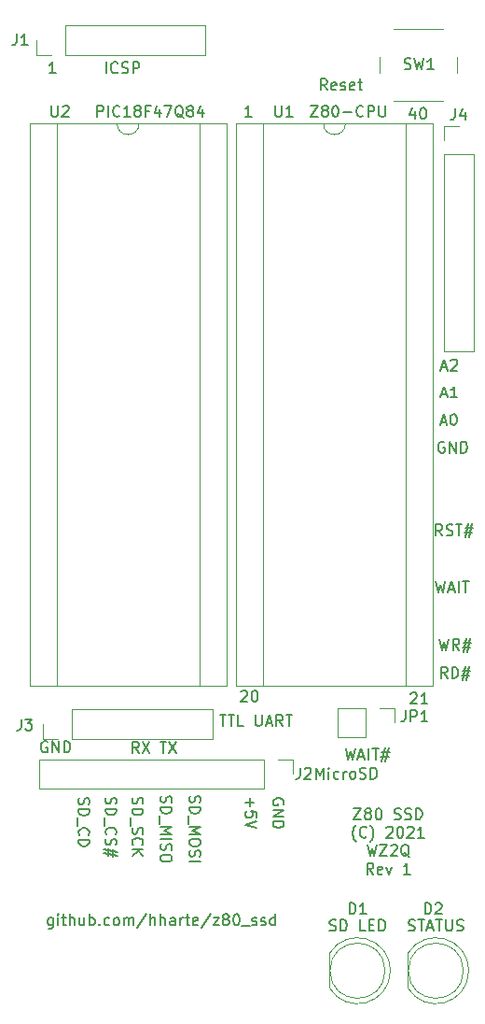
<source format=gbr>
%TF.GenerationSoftware,KiCad,Pcbnew,(5.1.10)-1*%
%TF.CreationDate,2021-10-22T16:43:04-07:00*%
%TF.ProjectId,z80_ssd,7a38305f-7373-4642-9e6b-696361645f70,rev?*%
%TF.SameCoordinates,Original*%
%TF.FileFunction,Legend,Top*%
%TF.FilePolarity,Positive*%
%FSLAX46Y46*%
G04 Gerber Fmt 4.6, Leading zero omitted, Abs format (unit mm)*
G04 Created by KiCad (PCBNEW (5.1.10)-1) date 2021-10-22 16:43:04*
%MOMM*%
%LPD*%
G01*
G04 APERTURE LIST*
%ADD10C,0.150000*%
%ADD11C,0.120000*%
G04 APERTURE END LIST*
D10*
X144811714Y-51506380D02*
X144240285Y-51506380D01*
X144526000Y-51506380D02*
X144526000Y-50506380D01*
X144430761Y-50649238D01*
X144335523Y-50744476D01*
X144240285Y-50792095D01*
X176847809Y-129182761D02*
X176990666Y-129230380D01*
X177228761Y-129230380D01*
X177324000Y-129182761D01*
X177371619Y-129135142D01*
X177419238Y-129039904D01*
X177419238Y-128944666D01*
X177371619Y-128849428D01*
X177324000Y-128801809D01*
X177228761Y-128754190D01*
X177038285Y-128706571D01*
X176943047Y-128658952D01*
X176895428Y-128611333D01*
X176847809Y-128516095D01*
X176847809Y-128420857D01*
X176895428Y-128325619D01*
X176943047Y-128278000D01*
X177038285Y-128230380D01*
X177276380Y-128230380D01*
X177419238Y-128278000D01*
X177704952Y-128230380D02*
X178276380Y-128230380D01*
X177990666Y-129230380D02*
X177990666Y-128230380D01*
X178562095Y-128944666D02*
X179038285Y-128944666D01*
X178466857Y-129230380D02*
X178800190Y-128230380D01*
X179133523Y-129230380D01*
X179324000Y-128230380D02*
X179895428Y-128230380D01*
X179609714Y-129230380D02*
X179609714Y-128230380D01*
X180228761Y-128230380D02*
X180228761Y-129039904D01*
X180276380Y-129135142D01*
X180324000Y-129182761D01*
X180419238Y-129230380D01*
X180609714Y-129230380D01*
X180704952Y-129182761D01*
X180752571Y-129135142D01*
X180800190Y-129039904D01*
X180800190Y-128230380D01*
X181228761Y-129182761D02*
X181371619Y-129230380D01*
X181609714Y-129230380D01*
X181704952Y-129182761D01*
X181752571Y-129135142D01*
X181800190Y-129039904D01*
X181800190Y-128944666D01*
X181752571Y-128849428D01*
X181704952Y-128801809D01*
X181609714Y-128754190D01*
X181419238Y-128706571D01*
X181324000Y-128658952D01*
X181276380Y-128611333D01*
X181228761Y-128516095D01*
X181228761Y-128420857D01*
X181276380Y-128325619D01*
X181324000Y-128278000D01*
X181419238Y-128230380D01*
X181657333Y-128230380D01*
X181800190Y-128278000D01*
X146915238Y-117213333D02*
X146867619Y-117356190D01*
X146867619Y-117594285D01*
X146915238Y-117689523D01*
X146962857Y-117737142D01*
X147058095Y-117784761D01*
X147153333Y-117784761D01*
X147248571Y-117737142D01*
X147296190Y-117689523D01*
X147343809Y-117594285D01*
X147391428Y-117403809D01*
X147439047Y-117308571D01*
X147486666Y-117260952D01*
X147581904Y-117213333D01*
X147677142Y-117213333D01*
X147772380Y-117260952D01*
X147820000Y-117308571D01*
X147867619Y-117403809D01*
X147867619Y-117641904D01*
X147820000Y-117784761D01*
X146867619Y-118213333D02*
X147867619Y-118213333D01*
X147867619Y-118451428D01*
X147820000Y-118594285D01*
X147724761Y-118689523D01*
X147629523Y-118737142D01*
X147439047Y-118784761D01*
X147296190Y-118784761D01*
X147105714Y-118737142D01*
X147010476Y-118689523D01*
X146915238Y-118594285D01*
X146867619Y-118451428D01*
X146867619Y-118213333D01*
X146772380Y-118975238D02*
X146772380Y-119737142D01*
X146962857Y-120546666D02*
X146915238Y-120499047D01*
X146867619Y-120356190D01*
X146867619Y-120260952D01*
X146915238Y-120118095D01*
X147010476Y-120022857D01*
X147105714Y-119975238D01*
X147296190Y-119927619D01*
X147439047Y-119927619D01*
X147629523Y-119975238D01*
X147724761Y-120022857D01*
X147820000Y-120118095D01*
X147867619Y-120260952D01*
X147867619Y-120356190D01*
X147820000Y-120499047D01*
X147772380Y-120546666D01*
X146867619Y-120975238D02*
X147867619Y-120975238D01*
X147867619Y-121213333D01*
X147820000Y-121356190D01*
X147724761Y-121451428D01*
X147629523Y-121499047D01*
X147439047Y-121546666D01*
X147296190Y-121546666D01*
X147105714Y-121499047D01*
X147010476Y-121451428D01*
X146915238Y-121356190D01*
X146867619Y-121213333D01*
X146867619Y-120975238D01*
X171886952Y-118135380D02*
X172553619Y-118135380D01*
X171886952Y-119135380D01*
X172553619Y-119135380D01*
X173077428Y-118563952D02*
X172982190Y-118516333D01*
X172934571Y-118468714D01*
X172886952Y-118373476D01*
X172886952Y-118325857D01*
X172934571Y-118230619D01*
X172982190Y-118183000D01*
X173077428Y-118135380D01*
X173267904Y-118135380D01*
X173363142Y-118183000D01*
X173410761Y-118230619D01*
X173458380Y-118325857D01*
X173458380Y-118373476D01*
X173410761Y-118468714D01*
X173363142Y-118516333D01*
X173267904Y-118563952D01*
X173077428Y-118563952D01*
X172982190Y-118611571D01*
X172934571Y-118659190D01*
X172886952Y-118754428D01*
X172886952Y-118944904D01*
X172934571Y-119040142D01*
X172982190Y-119087761D01*
X173077428Y-119135380D01*
X173267904Y-119135380D01*
X173363142Y-119087761D01*
X173410761Y-119040142D01*
X173458380Y-118944904D01*
X173458380Y-118754428D01*
X173410761Y-118659190D01*
X173363142Y-118611571D01*
X173267904Y-118563952D01*
X174077428Y-118135380D02*
X174172666Y-118135380D01*
X174267904Y-118183000D01*
X174315523Y-118230619D01*
X174363142Y-118325857D01*
X174410761Y-118516333D01*
X174410761Y-118754428D01*
X174363142Y-118944904D01*
X174315523Y-119040142D01*
X174267904Y-119087761D01*
X174172666Y-119135380D01*
X174077428Y-119135380D01*
X173982190Y-119087761D01*
X173934571Y-119040142D01*
X173886952Y-118944904D01*
X173839333Y-118754428D01*
X173839333Y-118516333D01*
X173886952Y-118325857D01*
X173934571Y-118230619D01*
X173982190Y-118183000D01*
X174077428Y-118135380D01*
X175553619Y-119087761D02*
X175696476Y-119135380D01*
X175934571Y-119135380D01*
X176029809Y-119087761D01*
X176077428Y-119040142D01*
X176125047Y-118944904D01*
X176125047Y-118849666D01*
X176077428Y-118754428D01*
X176029809Y-118706809D01*
X175934571Y-118659190D01*
X175744095Y-118611571D01*
X175648857Y-118563952D01*
X175601238Y-118516333D01*
X175553619Y-118421095D01*
X175553619Y-118325857D01*
X175601238Y-118230619D01*
X175648857Y-118183000D01*
X175744095Y-118135380D01*
X175982190Y-118135380D01*
X176125047Y-118183000D01*
X176506000Y-119087761D02*
X176648857Y-119135380D01*
X176886952Y-119135380D01*
X176982190Y-119087761D01*
X177029809Y-119040142D01*
X177077428Y-118944904D01*
X177077428Y-118849666D01*
X177029809Y-118754428D01*
X176982190Y-118706809D01*
X176886952Y-118659190D01*
X176696476Y-118611571D01*
X176601238Y-118563952D01*
X176553619Y-118516333D01*
X176506000Y-118421095D01*
X176506000Y-118325857D01*
X176553619Y-118230619D01*
X176601238Y-118183000D01*
X176696476Y-118135380D01*
X176934571Y-118135380D01*
X177077428Y-118183000D01*
X177506000Y-119135380D02*
X177506000Y-118135380D01*
X177744095Y-118135380D01*
X177886952Y-118183000D01*
X177982190Y-118278238D01*
X178029809Y-118373476D01*
X178077428Y-118563952D01*
X178077428Y-118706809D01*
X178029809Y-118897285D01*
X177982190Y-118992523D01*
X177886952Y-119087761D01*
X177744095Y-119135380D01*
X177506000Y-119135380D01*
X172077428Y-121166333D02*
X172029809Y-121118714D01*
X171934571Y-120975857D01*
X171886952Y-120880619D01*
X171839333Y-120737761D01*
X171791714Y-120499666D01*
X171791714Y-120309190D01*
X171839333Y-120071095D01*
X171886952Y-119928238D01*
X171934571Y-119833000D01*
X172029809Y-119690142D01*
X172077428Y-119642523D01*
X173029809Y-120690142D02*
X172982190Y-120737761D01*
X172839333Y-120785380D01*
X172744095Y-120785380D01*
X172601238Y-120737761D01*
X172506000Y-120642523D01*
X172458380Y-120547285D01*
X172410761Y-120356809D01*
X172410761Y-120213952D01*
X172458380Y-120023476D01*
X172506000Y-119928238D01*
X172601238Y-119833000D01*
X172744095Y-119785380D01*
X172839333Y-119785380D01*
X172982190Y-119833000D01*
X173029809Y-119880619D01*
X173363142Y-121166333D02*
X173410761Y-121118714D01*
X173506000Y-120975857D01*
X173553619Y-120880619D01*
X173601238Y-120737761D01*
X173648857Y-120499666D01*
X173648857Y-120309190D01*
X173601238Y-120071095D01*
X173553619Y-119928238D01*
X173506000Y-119833000D01*
X173410761Y-119690142D01*
X173363142Y-119642523D01*
X174839333Y-119880619D02*
X174886952Y-119833000D01*
X174982190Y-119785380D01*
X175220285Y-119785380D01*
X175315523Y-119833000D01*
X175363142Y-119880619D01*
X175410761Y-119975857D01*
X175410761Y-120071095D01*
X175363142Y-120213952D01*
X174791714Y-120785380D01*
X175410761Y-120785380D01*
X176029809Y-119785380D02*
X176125047Y-119785380D01*
X176220285Y-119833000D01*
X176267904Y-119880619D01*
X176315523Y-119975857D01*
X176363142Y-120166333D01*
X176363142Y-120404428D01*
X176315523Y-120594904D01*
X176267904Y-120690142D01*
X176220285Y-120737761D01*
X176125047Y-120785380D01*
X176029809Y-120785380D01*
X175934571Y-120737761D01*
X175886952Y-120690142D01*
X175839333Y-120594904D01*
X175791714Y-120404428D01*
X175791714Y-120166333D01*
X175839333Y-119975857D01*
X175886952Y-119880619D01*
X175934571Y-119833000D01*
X176029809Y-119785380D01*
X176744095Y-119880619D02*
X176791714Y-119833000D01*
X176886952Y-119785380D01*
X177125047Y-119785380D01*
X177220285Y-119833000D01*
X177267904Y-119880619D01*
X177315523Y-119975857D01*
X177315523Y-120071095D01*
X177267904Y-120213952D01*
X176696476Y-120785380D01*
X177315523Y-120785380D01*
X178267904Y-120785380D02*
X177696476Y-120785380D01*
X177982190Y-120785380D02*
X177982190Y-119785380D01*
X177886952Y-119928238D01*
X177791714Y-120023476D01*
X177696476Y-120071095D01*
X173101238Y-121435380D02*
X173339333Y-122435380D01*
X173529809Y-121721095D01*
X173720285Y-122435380D01*
X173958380Y-121435380D01*
X174244095Y-121435380D02*
X174910761Y-121435380D01*
X174244095Y-122435380D01*
X174910761Y-122435380D01*
X175244095Y-121530619D02*
X175291714Y-121483000D01*
X175386952Y-121435380D01*
X175625047Y-121435380D01*
X175720285Y-121483000D01*
X175767904Y-121530619D01*
X175815523Y-121625857D01*
X175815523Y-121721095D01*
X175767904Y-121863952D01*
X175196476Y-122435380D01*
X175815523Y-122435380D01*
X176910761Y-122530619D02*
X176815523Y-122483000D01*
X176720285Y-122387761D01*
X176577428Y-122244904D01*
X176482190Y-122197285D01*
X176386952Y-122197285D01*
X176434571Y-122435380D02*
X176339333Y-122387761D01*
X176244095Y-122292523D01*
X176196476Y-122102047D01*
X176196476Y-121768714D01*
X176244095Y-121578238D01*
X176339333Y-121483000D01*
X176434571Y-121435380D01*
X176625047Y-121435380D01*
X176720285Y-121483000D01*
X176815523Y-121578238D01*
X176863142Y-121768714D01*
X176863142Y-122102047D01*
X176815523Y-122292523D01*
X176720285Y-122387761D01*
X176625047Y-122435380D01*
X176434571Y-122435380D01*
X173648857Y-124085380D02*
X173315523Y-123609190D01*
X173077428Y-124085380D02*
X173077428Y-123085380D01*
X173458380Y-123085380D01*
X173553619Y-123133000D01*
X173601238Y-123180619D01*
X173648857Y-123275857D01*
X173648857Y-123418714D01*
X173601238Y-123513952D01*
X173553619Y-123561571D01*
X173458380Y-123609190D01*
X173077428Y-123609190D01*
X174458380Y-124037761D02*
X174363142Y-124085380D01*
X174172666Y-124085380D01*
X174077428Y-124037761D01*
X174029809Y-123942523D01*
X174029809Y-123561571D01*
X174077428Y-123466333D01*
X174172666Y-123418714D01*
X174363142Y-123418714D01*
X174458380Y-123466333D01*
X174506000Y-123561571D01*
X174506000Y-123656809D01*
X174029809Y-123752047D01*
X174839333Y-123418714D02*
X175077428Y-124085380D01*
X175315523Y-123418714D01*
X176982190Y-124085380D02*
X176410761Y-124085380D01*
X176696476Y-124085380D02*
X176696476Y-123085380D01*
X176601238Y-123228238D01*
X176506000Y-123323476D01*
X176410761Y-123371095D01*
X169688190Y-129182761D02*
X169831047Y-129230380D01*
X170069142Y-129230380D01*
X170164380Y-129182761D01*
X170212000Y-129135142D01*
X170259619Y-129039904D01*
X170259619Y-128944666D01*
X170212000Y-128849428D01*
X170164380Y-128801809D01*
X170069142Y-128754190D01*
X169878666Y-128706571D01*
X169783428Y-128658952D01*
X169735809Y-128611333D01*
X169688190Y-128516095D01*
X169688190Y-128420857D01*
X169735809Y-128325619D01*
X169783428Y-128278000D01*
X169878666Y-128230380D01*
X170116761Y-128230380D01*
X170259619Y-128278000D01*
X170688190Y-129230380D02*
X170688190Y-128230380D01*
X170926285Y-128230380D01*
X171069142Y-128278000D01*
X171164380Y-128373238D01*
X171212000Y-128468476D01*
X171259619Y-128658952D01*
X171259619Y-128801809D01*
X171212000Y-128992285D01*
X171164380Y-129087523D01*
X171069142Y-129182761D01*
X170926285Y-129230380D01*
X170688190Y-129230380D01*
X172926285Y-129230380D02*
X172450095Y-129230380D01*
X172450095Y-128230380D01*
X173259619Y-128706571D02*
X173592952Y-128706571D01*
X173735809Y-129230380D02*
X173259619Y-129230380D01*
X173259619Y-128230380D01*
X173735809Y-128230380D01*
X174164380Y-129230380D02*
X174164380Y-128230380D01*
X174402476Y-128230380D01*
X174545333Y-128278000D01*
X174640571Y-128373238D01*
X174688190Y-128468476D01*
X174735809Y-128658952D01*
X174735809Y-128801809D01*
X174688190Y-128992285D01*
X174640571Y-129087523D01*
X174545333Y-129182761D01*
X174402476Y-129230380D01*
X174164380Y-129230380D01*
X167971428Y-54452380D02*
X168638095Y-54452380D01*
X167971428Y-55452380D01*
X168638095Y-55452380D01*
X169161904Y-54880952D02*
X169066666Y-54833333D01*
X169019047Y-54785714D01*
X168971428Y-54690476D01*
X168971428Y-54642857D01*
X169019047Y-54547619D01*
X169066666Y-54500000D01*
X169161904Y-54452380D01*
X169352380Y-54452380D01*
X169447619Y-54500000D01*
X169495238Y-54547619D01*
X169542857Y-54642857D01*
X169542857Y-54690476D01*
X169495238Y-54785714D01*
X169447619Y-54833333D01*
X169352380Y-54880952D01*
X169161904Y-54880952D01*
X169066666Y-54928571D01*
X169019047Y-54976190D01*
X168971428Y-55071428D01*
X168971428Y-55261904D01*
X169019047Y-55357142D01*
X169066666Y-55404761D01*
X169161904Y-55452380D01*
X169352380Y-55452380D01*
X169447619Y-55404761D01*
X169495238Y-55357142D01*
X169542857Y-55261904D01*
X169542857Y-55071428D01*
X169495238Y-54976190D01*
X169447619Y-54928571D01*
X169352380Y-54880952D01*
X170161904Y-54452380D02*
X170257142Y-54452380D01*
X170352380Y-54500000D01*
X170400000Y-54547619D01*
X170447619Y-54642857D01*
X170495238Y-54833333D01*
X170495238Y-55071428D01*
X170447619Y-55261904D01*
X170400000Y-55357142D01*
X170352380Y-55404761D01*
X170257142Y-55452380D01*
X170161904Y-55452380D01*
X170066666Y-55404761D01*
X170019047Y-55357142D01*
X169971428Y-55261904D01*
X169923809Y-55071428D01*
X169923809Y-54833333D01*
X169971428Y-54642857D01*
X170019047Y-54547619D01*
X170066666Y-54500000D01*
X170161904Y-54452380D01*
X170923809Y-55071428D02*
X171685714Y-55071428D01*
X172733333Y-55357142D02*
X172685714Y-55404761D01*
X172542857Y-55452380D01*
X172447619Y-55452380D01*
X172304761Y-55404761D01*
X172209523Y-55309523D01*
X172161904Y-55214285D01*
X172114285Y-55023809D01*
X172114285Y-54880952D01*
X172161904Y-54690476D01*
X172209523Y-54595238D01*
X172304761Y-54500000D01*
X172447619Y-54452380D01*
X172542857Y-54452380D01*
X172685714Y-54500000D01*
X172733333Y-54547619D01*
X173161904Y-55452380D02*
X173161904Y-54452380D01*
X173542857Y-54452380D01*
X173638095Y-54500000D01*
X173685714Y-54547619D01*
X173733333Y-54642857D01*
X173733333Y-54785714D01*
X173685714Y-54880952D01*
X173638095Y-54928571D01*
X173542857Y-54976190D01*
X173161904Y-54976190D01*
X174161904Y-54452380D02*
X174161904Y-55261904D01*
X174209523Y-55357142D01*
X174257142Y-55404761D01*
X174352380Y-55452380D01*
X174542857Y-55452380D01*
X174638095Y-55404761D01*
X174685714Y-55357142D01*
X174733333Y-55261904D01*
X174733333Y-54452380D01*
X148590476Y-55452380D02*
X148590476Y-54452380D01*
X148971428Y-54452380D01*
X149066666Y-54500000D01*
X149114285Y-54547619D01*
X149161904Y-54642857D01*
X149161904Y-54785714D01*
X149114285Y-54880952D01*
X149066666Y-54928571D01*
X148971428Y-54976190D01*
X148590476Y-54976190D01*
X149590476Y-55452380D02*
X149590476Y-54452380D01*
X150638095Y-55357142D02*
X150590476Y-55404761D01*
X150447619Y-55452380D01*
X150352380Y-55452380D01*
X150209523Y-55404761D01*
X150114285Y-55309523D01*
X150066666Y-55214285D01*
X150019047Y-55023809D01*
X150019047Y-54880952D01*
X150066666Y-54690476D01*
X150114285Y-54595238D01*
X150209523Y-54500000D01*
X150352380Y-54452380D01*
X150447619Y-54452380D01*
X150590476Y-54500000D01*
X150638095Y-54547619D01*
X151590476Y-55452380D02*
X151019047Y-55452380D01*
X151304761Y-55452380D02*
X151304761Y-54452380D01*
X151209523Y-54595238D01*
X151114285Y-54690476D01*
X151019047Y-54738095D01*
X152161904Y-54880952D02*
X152066666Y-54833333D01*
X152019047Y-54785714D01*
X151971428Y-54690476D01*
X151971428Y-54642857D01*
X152019047Y-54547619D01*
X152066666Y-54500000D01*
X152161904Y-54452380D01*
X152352380Y-54452380D01*
X152447619Y-54500000D01*
X152495238Y-54547619D01*
X152542857Y-54642857D01*
X152542857Y-54690476D01*
X152495238Y-54785714D01*
X152447619Y-54833333D01*
X152352380Y-54880952D01*
X152161904Y-54880952D01*
X152066666Y-54928571D01*
X152019047Y-54976190D01*
X151971428Y-55071428D01*
X151971428Y-55261904D01*
X152019047Y-55357142D01*
X152066666Y-55404761D01*
X152161904Y-55452380D01*
X152352380Y-55452380D01*
X152447619Y-55404761D01*
X152495238Y-55357142D01*
X152542857Y-55261904D01*
X152542857Y-55071428D01*
X152495238Y-54976190D01*
X152447619Y-54928571D01*
X152352380Y-54880952D01*
X153304761Y-54928571D02*
X152971428Y-54928571D01*
X152971428Y-55452380D02*
X152971428Y-54452380D01*
X153447619Y-54452380D01*
X154257142Y-54785714D02*
X154257142Y-55452380D01*
X154019047Y-54404761D02*
X153780952Y-55119047D01*
X154400000Y-55119047D01*
X154685714Y-54452380D02*
X155352380Y-54452380D01*
X154923809Y-55452380D01*
X156400000Y-55547619D02*
X156304761Y-55500000D01*
X156209523Y-55404761D01*
X156066666Y-55261904D01*
X155971428Y-55214285D01*
X155876190Y-55214285D01*
X155923809Y-55452380D02*
X155828571Y-55404761D01*
X155733333Y-55309523D01*
X155685714Y-55119047D01*
X155685714Y-54785714D01*
X155733333Y-54595238D01*
X155828571Y-54500000D01*
X155923809Y-54452380D01*
X156114285Y-54452380D01*
X156209523Y-54500000D01*
X156304761Y-54595238D01*
X156352380Y-54785714D01*
X156352380Y-55119047D01*
X156304761Y-55309523D01*
X156209523Y-55404761D01*
X156114285Y-55452380D01*
X155923809Y-55452380D01*
X156923809Y-54880952D02*
X156828571Y-54833333D01*
X156780952Y-54785714D01*
X156733333Y-54690476D01*
X156733333Y-54642857D01*
X156780952Y-54547619D01*
X156828571Y-54500000D01*
X156923809Y-54452380D01*
X157114285Y-54452380D01*
X157209523Y-54500000D01*
X157257142Y-54547619D01*
X157304761Y-54642857D01*
X157304761Y-54690476D01*
X157257142Y-54785714D01*
X157209523Y-54833333D01*
X157114285Y-54880952D01*
X156923809Y-54880952D01*
X156828571Y-54928571D01*
X156780952Y-54976190D01*
X156733333Y-55071428D01*
X156733333Y-55261904D01*
X156780952Y-55357142D01*
X156828571Y-55404761D01*
X156923809Y-55452380D01*
X157114285Y-55452380D01*
X157209523Y-55404761D01*
X157257142Y-55357142D01*
X157304761Y-55261904D01*
X157304761Y-55071428D01*
X157257142Y-54976190D01*
X157209523Y-54928571D01*
X157114285Y-54880952D01*
X158161904Y-54785714D02*
X158161904Y-55452380D01*
X157923809Y-54404761D02*
X157685714Y-55119047D01*
X158304761Y-55119047D01*
X171133809Y-112702380D02*
X171371904Y-113702380D01*
X171562380Y-112988095D01*
X171752857Y-113702380D01*
X171990952Y-112702380D01*
X172324285Y-113416666D02*
X172800476Y-113416666D01*
X172229047Y-113702380D02*
X172562380Y-112702380D01*
X172895714Y-113702380D01*
X173229047Y-113702380D02*
X173229047Y-112702380D01*
X173562380Y-112702380D02*
X174133809Y-112702380D01*
X173848095Y-113702380D02*
X173848095Y-112702380D01*
X174419523Y-113035714D02*
X175133809Y-113035714D01*
X174705238Y-112607142D02*
X174419523Y-113892857D01*
X175038571Y-113464285D02*
X174324285Y-113464285D01*
X174752857Y-113892857D02*
X175038571Y-112607142D01*
X165481000Y-117792095D02*
X165528619Y-117696857D01*
X165528619Y-117554000D01*
X165481000Y-117411142D01*
X165385761Y-117315904D01*
X165290523Y-117268285D01*
X165100047Y-117220666D01*
X164957190Y-117220666D01*
X164766714Y-117268285D01*
X164671476Y-117315904D01*
X164576238Y-117411142D01*
X164528619Y-117554000D01*
X164528619Y-117649238D01*
X164576238Y-117792095D01*
X164623857Y-117839714D01*
X164957190Y-117839714D01*
X164957190Y-117649238D01*
X164528619Y-118268285D02*
X165528619Y-118268285D01*
X164528619Y-118839714D01*
X165528619Y-118839714D01*
X164528619Y-119315904D02*
X165528619Y-119315904D01*
X165528619Y-119554000D01*
X165481000Y-119696857D01*
X165385761Y-119792095D01*
X165290523Y-119839714D01*
X165100047Y-119887333D01*
X164957190Y-119887333D01*
X164766714Y-119839714D01*
X164671476Y-119792095D01*
X164576238Y-119696857D01*
X164528619Y-119554000D01*
X164528619Y-119315904D01*
X162428571Y-117214285D02*
X162428571Y-117976190D01*
X162047619Y-117595238D02*
X162809523Y-117595238D01*
X163047619Y-118928571D02*
X163047619Y-118452380D01*
X162571428Y-118404761D01*
X162619047Y-118452380D01*
X162666666Y-118547619D01*
X162666666Y-118785714D01*
X162619047Y-118880952D01*
X162571428Y-118928571D01*
X162476190Y-118976190D01*
X162238095Y-118976190D01*
X162142857Y-118928571D01*
X162095238Y-118880952D01*
X162047619Y-118785714D01*
X162047619Y-118547619D01*
X162095238Y-118452380D01*
X162142857Y-118404761D01*
X163047619Y-119261904D02*
X162047619Y-119595238D01*
X163047619Y-119928571D01*
X154395238Y-117023809D02*
X154347619Y-117166666D01*
X154347619Y-117404761D01*
X154395238Y-117500000D01*
X154442857Y-117547619D01*
X154538095Y-117595238D01*
X154633333Y-117595238D01*
X154728571Y-117547619D01*
X154776190Y-117500000D01*
X154823809Y-117404761D01*
X154871428Y-117214285D01*
X154919047Y-117119047D01*
X154966666Y-117071428D01*
X155061904Y-117023809D01*
X155157142Y-117023809D01*
X155252380Y-117071428D01*
X155300000Y-117119047D01*
X155347619Y-117214285D01*
X155347619Y-117452380D01*
X155300000Y-117595238D01*
X154347619Y-118023809D02*
X155347619Y-118023809D01*
X155347619Y-118261904D01*
X155300000Y-118404761D01*
X155204761Y-118500000D01*
X155109523Y-118547619D01*
X154919047Y-118595238D01*
X154776190Y-118595238D01*
X154585714Y-118547619D01*
X154490476Y-118500000D01*
X154395238Y-118404761D01*
X154347619Y-118261904D01*
X154347619Y-118023809D01*
X154252380Y-118785714D02*
X154252380Y-119547619D01*
X154347619Y-119785714D02*
X155347619Y-119785714D01*
X154633333Y-120119047D01*
X155347619Y-120452380D01*
X154347619Y-120452380D01*
X154347619Y-120928571D02*
X155347619Y-120928571D01*
X154395238Y-121357142D02*
X154347619Y-121500000D01*
X154347619Y-121738095D01*
X154395238Y-121833333D01*
X154442857Y-121880952D01*
X154538095Y-121928571D01*
X154633333Y-121928571D01*
X154728571Y-121880952D01*
X154776190Y-121833333D01*
X154823809Y-121738095D01*
X154871428Y-121547619D01*
X154919047Y-121452380D01*
X154966666Y-121404761D01*
X155061904Y-121357142D01*
X155157142Y-121357142D01*
X155252380Y-121404761D01*
X155300000Y-121452380D01*
X155347619Y-121547619D01*
X155347619Y-121785714D01*
X155300000Y-121928571D01*
X155347619Y-122547619D02*
X155347619Y-122738095D01*
X155300000Y-122833333D01*
X155204761Y-122928571D01*
X155014285Y-122976190D01*
X154680952Y-122976190D01*
X154490476Y-122928571D01*
X154395238Y-122833333D01*
X154347619Y-122738095D01*
X154347619Y-122547619D01*
X154395238Y-122452380D01*
X154490476Y-122357142D01*
X154680952Y-122309523D01*
X155014285Y-122309523D01*
X155204761Y-122357142D01*
X155300000Y-122452380D01*
X155347619Y-122547619D01*
X156995238Y-117023809D02*
X156947619Y-117166666D01*
X156947619Y-117404761D01*
X156995238Y-117500000D01*
X157042857Y-117547619D01*
X157138095Y-117595238D01*
X157233333Y-117595238D01*
X157328571Y-117547619D01*
X157376190Y-117500000D01*
X157423809Y-117404761D01*
X157471428Y-117214285D01*
X157519047Y-117119047D01*
X157566666Y-117071428D01*
X157661904Y-117023809D01*
X157757142Y-117023809D01*
X157852380Y-117071428D01*
X157900000Y-117119047D01*
X157947619Y-117214285D01*
X157947619Y-117452380D01*
X157900000Y-117595238D01*
X156947619Y-118023809D02*
X157947619Y-118023809D01*
X157947619Y-118261904D01*
X157900000Y-118404761D01*
X157804761Y-118500000D01*
X157709523Y-118547619D01*
X157519047Y-118595238D01*
X157376190Y-118595238D01*
X157185714Y-118547619D01*
X157090476Y-118500000D01*
X156995238Y-118404761D01*
X156947619Y-118261904D01*
X156947619Y-118023809D01*
X156852380Y-118785714D02*
X156852380Y-119547619D01*
X156947619Y-119785714D02*
X157947619Y-119785714D01*
X157233333Y-120119047D01*
X157947619Y-120452380D01*
X156947619Y-120452380D01*
X157947619Y-121119047D02*
X157947619Y-121309523D01*
X157900000Y-121404761D01*
X157804761Y-121500000D01*
X157614285Y-121547619D01*
X157280952Y-121547619D01*
X157090476Y-121500000D01*
X156995238Y-121404761D01*
X156947619Y-121309523D01*
X156947619Y-121119047D01*
X156995238Y-121023809D01*
X157090476Y-120928571D01*
X157280952Y-120880952D01*
X157614285Y-120880952D01*
X157804761Y-120928571D01*
X157900000Y-121023809D01*
X157947619Y-121119047D01*
X156995238Y-121928571D02*
X156947619Y-122071428D01*
X156947619Y-122309523D01*
X156995238Y-122404761D01*
X157042857Y-122452380D01*
X157138095Y-122500000D01*
X157233333Y-122500000D01*
X157328571Y-122452380D01*
X157376190Y-122404761D01*
X157423809Y-122309523D01*
X157471428Y-122119047D01*
X157519047Y-122023809D01*
X157566666Y-121976190D01*
X157661904Y-121928571D01*
X157757142Y-121928571D01*
X157852380Y-121976190D01*
X157900000Y-122023809D01*
X157947619Y-122119047D01*
X157947619Y-122357142D01*
X157900000Y-122500000D01*
X156947619Y-122928571D02*
X157947619Y-122928571D01*
X151795238Y-117157142D02*
X151747619Y-117300000D01*
X151747619Y-117538095D01*
X151795238Y-117633333D01*
X151842857Y-117680952D01*
X151938095Y-117728571D01*
X152033333Y-117728571D01*
X152128571Y-117680952D01*
X152176190Y-117633333D01*
X152223809Y-117538095D01*
X152271428Y-117347619D01*
X152319047Y-117252380D01*
X152366666Y-117204761D01*
X152461904Y-117157142D01*
X152557142Y-117157142D01*
X152652380Y-117204761D01*
X152700000Y-117252380D01*
X152747619Y-117347619D01*
X152747619Y-117585714D01*
X152700000Y-117728571D01*
X151747619Y-118157142D02*
X152747619Y-118157142D01*
X152747619Y-118395238D01*
X152700000Y-118538095D01*
X152604761Y-118633333D01*
X152509523Y-118680952D01*
X152319047Y-118728571D01*
X152176190Y-118728571D01*
X151985714Y-118680952D01*
X151890476Y-118633333D01*
X151795238Y-118538095D01*
X151747619Y-118395238D01*
X151747619Y-118157142D01*
X151652380Y-118919047D02*
X151652380Y-119680952D01*
X151795238Y-119871428D02*
X151747619Y-120014285D01*
X151747619Y-120252380D01*
X151795238Y-120347619D01*
X151842857Y-120395238D01*
X151938095Y-120442857D01*
X152033333Y-120442857D01*
X152128571Y-120395238D01*
X152176190Y-120347619D01*
X152223809Y-120252380D01*
X152271428Y-120061904D01*
X152319047Y-119966666D01*
X152366666Y-119919047D01*
X152461904Y-119871428D01*
X152557142Y-119871428D01*
X152652380Y-119919047D01*
X152700000Y-119966666D01*
X152747619Y-120061904D01*
X152747619Y-120300000D01*
X152700000Y-120442857D01*
X151842857Y-121442857D02*
X151795238Y-121395238D01*
X151747619Y-121252380D01*
X151747619Y-121157142D01*
X151795238Y-121014285D01*
X151890476Y-120919047D01*
X151985714Y-120871428D01*
X152176190Y-120823809D01*
X152319047Y-120823809D01*
X152509523Y-120871428D01*
X152604761Y-120919047D01*
X152700000Y-121014285D01*
X152747619Y-121157142D01*
X152747619Y-121252380D01*
X152700000Y-121395238D01*
X152652380Y-121442857D01*
X151747619Y-121871428D02*
X152747619Y-121871428D01*
X151747619Y-122442857D02*
X152319047Y-122014285D01*
X152747619Y-122442857D02*
X152176190Y-121871428D01*
X149395238Y-117157142D02*
X149347619Y-117300000D01*
X149347619Y-117538095D01*
X149395238Y-117633333D01*
X149442857Y-117680952D01*
X149538095Y-117728571D01*
X149633333Y-117728571D01*
X149728571Y-117680952D01*
X149776190Y-117633333D01*
X149823809Y-117538095D01*
X149871428Y-117347619D01*
X149919047Y-117252380D01*
X149966666Y-117204761D01*
X150061904Y-117157142D01*
X150157142Y-117157142D01*
X150252380Y-117204761D01*
X150300000Y-117252380D01*
X150347619Y-117347619D01*
X150347619Y-117585714D01*
X150300000Y-117728571D01*
X149347619Y-118157142D02*
X150347619Y-118157142D01*
X150347619Y-118395238D01*
X150300000Y-118538095D01*
X150204761Y-118633333D01*
X150109523Y-118680952D01*
X149919047Y-118728571D01*
X149776190Y-118728571D01*
X149585714Y-118680952D01*
X149490476Y-118633333D01*
X149395238Y-118538095D01*
X149347619Y-118395238D01*
X149347619Y-118157142D01*
X149252380Y-118919047D02*
X149252380Y-119680952D01*
X149442857Y-120490476D02*
X149395238Y-120442857D01*
X149347619Y-120300000D01*
X149347619Y-120204761D01*
X149395238Y-120061904D01*
X149490476Y-119966666D01*
X149585714Y-119919047D01*
X149776190Y-119871428D01*
X149919047Y-119871428D01*
X150109523Y-119919047D01*
X150204761Y-119966666D01*
X150300000Y-120061904D01*
X150347619Y-120204761D01*
X150347619Y-120300000D01*
X150300000Y-120442857D01*
X150252380Y-120490476D01*
X149395238Y-120871428D02*
X149347619Y-121014285D01*
X149347619Y-121252380D01*
X149395238Y-121347619D01*
X149442857Y-121395238D01*
X149538095Y-121442857D01*
X149633333Y-121442857D01*
X149728571Y-121395238D01*
X149776190Y-121347619D01*
X149823809Y-121252380D01*
X149871428Y-121061904D01*
X149919047Y-120966666D01*
X149966666Y-120919047D01*
X150061904Y-120871428D01*
X150157142Y-120871428D01*
X150252380Y-120919047D01*
X150300000Y-120966666D01*
X150347619Y-121061904D01*
X150347619Y-121300000D01*
X150300000Y-121442857D01*
X150014285Y-121823809D02*
X150014285Y-122538095D01*
X150442857Y-122109523D02*
X149157142Y-121823809D01*
X149585714Y-122442857D02*
X149585714Y-121728571D01*
X149157142Y-122157142D02*
X150442857Y-122442857D01*
X144038095Y-112100000D02*
X143942857Y-112052380D01*
X143800000Y-112052380D01*
X143657142Y-112100000D01*
X143561904Y-112195238D01*
X143514285Y-112290476D01*
X143466666Y-112480952D01*
X143466666Y-112623809D01*
X143514285Y-112814285D01*
X143561904Y-112909523D01*
X143657142Y-113004761D01*
X143800000Y-113052380D01*
X143895238Y-113052380D01*
X144038095Y-113004761D01*
X144085714Y-112957142D01*
X144085714Y-112623809D01*
X143895238Y-112623809D01*
X144514285Y-113052380D02*
X144514285Y-112052380D01*
X145085714Y-113052380D01*
X145085714Y-112052380D01*
X145561904Y-113052380D02*
X145561904Y-112052380D01*
X145800000Y-112052380D01*
X145942857Y-112100000D01*
X146038095Y-112195238D01*
X146085714Y-112290476D01*
X146133333Y-112480952D01*
X146133333Y-112623809D01*
X146085714Y-112814285D01*
X146038095Y-112909523D01*
X145942857Y-113004761D01*
X145800000Y-113052380D01*
X145561904Y-113052380D01*
X154289095Y-112095380D02*
X154860523Y-112095380D01*
X154574809Y-113095380D02*
X154574809Y-112095380D01*
X155098619Y-112095380D02*
X155765285Y-113095380D01*
X155765285Y-112095380D02*
X155098619Y-113095380D01*
X152344333Y-113095380D02*
X152011000Y-112619190D01*
X151772904Y-113095380D02*
X151772904Y-112095380D01*
X152153857Y-112095380D01*
X152249095Y-112143000D01*
X152296714Y-112190619D01*
X152344333Y-112285857D01*
X152344333Y-112428714D01*
X152296714Y-112523952D01*
X152249095Y-112571571D01*
X152153857Y-112619190D01*
X151772904Y-112619190D01*
X152677666Y-112095380D02*
X153344333Y-113095380D01*
X153344333Y-112095380D02*
X152677666Y-113095380D01*
X180366523Y-106314380D02*
X180033190Y-105838190D01*
X179795095Y-106314380D02*
X179795095Y-105314380D01*
X180176047Y-105314380D01*
X180271285Y-105362000D01*
X180318904Y-105409619D01*
X180366523Y-105504857D01*
X180366523Y-105647714D01*
X180318904Y-105742952D01*
X180271285Y-105790571D01*
X180176047Y-105838190D01*
X179795095Y-105838190D01*
X180795095Y-106314380D02*
X180795095Y-105314380D01*
X181033190Y-105314380D01*
X181176047Y-105362000D01*
X181271285Y-105457238D01*
X181318904Y-105552476D01*
X181366523Y-105742952D01*
X181366523Y-105885809D01*
X181318904Y-106076285D01*
X181271285Y-106171523D01*
X181176047Y-106266761D01*
X181033190Y-106314380D01*
X180795095Y-106314380D01*
X181747476Y-105647714D02*
X182461761Y-105647714D01*
X182033190Y-105219142D02*
X181747476Y-106504857D01*
X182366523Y-106076285D02*
X181652238Y-106076285D01*
X182080809Y-106504857D02*
X182366523Y-105219142D01*
X180088095Y-84950000D02*
X179992857Y-84902380D01*
X179850000Y-84902380D01*
X179707142Y-84950000D01*
X179611904Y-85045238D01*
X179564285Y-85140476D01*
X179516666Y-85330952D01*
X179516666Y-85473809D01*
X179564285Y-85664285D01*
X179611904Y-85759523D01*
X179707142Y-85854761D01*
X179850000Y-85902380D01*
X179945238Y-85902380D01*
X180088095Y-85854761D01*
X180135714Y-85807142D01*
X180135714Y-85473809D01*
X179945238Y-85473809D01*
X180564285Y-85902380D02*
X180564285Y-84902380D01*
X181135714Y-85902380D01*
X181135714Y-84902380D01*
X181611904Y-85902380D02*
X181611904Y-84902380D01*
X181850000Y-84902380D01*
X181992857Y-84950000D01*
X182088095Y-85045238D01*
X182135714Y-85140476D01*
X182183333Y-85330952D01*
X182183333Y-85473809D01*
X182135714Y-85664285D01*
X182088095Y-85759523D01*
X181992857Y-85854761D01*
X181850000Y-85902380D01*
X181611904Y-85902380D01*
X179785714Y-83116666D02*
X180261904Y-83116666D01*
X179690476Y-83402380D02*
X180023809Y-82402380D01*
X180357142Y-83402380D01*
X180880952Y-82402380D02*
X180976190Y-82402380D01*
X181071428Y-82450000D01*
X181119047Y-82497619D01*
X181166666Y-82592857D01*
X181214285Y-82783333D01*
X181214285Y-83021428D01*
X181166666Y-83211904D01*
X181119047Y-83307142D01*
X181071428Y-83354761D01*
X180976190Y-83402380D01*
X180880952Y-83402380D01*
X180785714Y-83354761D01*
X180738095Y-83307142D01*
X180690476Y-83211904D01*
X180642857Y-83021428D01*
X180642857Y-82783333D01*
X180690476Y-82592857D01*
X180738095Y-82497619D01*
X180785714Y-82450000D01*
X180880952Y-82402380D01*
X179835714Y-80616666D02*
X180311904Y-80616666D01*
X179740476Y-80902380D02*
X180073809Y-79902380D01*
X180407142Y-80902380D01*
X181264285Y-80902380D02*
X180692857Y-80902380D01*
X180978571Y-80902380D02*
X180978571Y-79902380D01*
X180883333Y-80045238D01*
X180788095Y-80140476D01*
X180692857Y-80188095D01*
X179835714Y-78166666D02*
X180311904Y-78166666D01*
X179740476Y-78452380D02*
X180073809Y-77452380D01*
X180407142Y-78452380D01*
X180692857Y-77547619D02*
X180740476Y-77500000D01*
X180835714Y-77452380D01*
X181073809Y-77452380D01*
X181169047Y-77500000D01*
X181216666Y-77547619D01*
X181264285Y-77642857D01*
X181264285Y-77738095D01*
X181216666Y-77880952D01*
X180645238Y-78452380D01*
X181264285Y-78452380D01*
X179902380Y-93402380D02*
X179569047Y-92926190D01*
X179330952Y-93402380D02*
X179330952Y-92402380D01*
X179711904Y-92402380D01*
X179807142Y-92450000D01*
X179854761Y-92497619D01*
X179902380Y-92592857D01*
X179902380Y-92735714D01*
X179854761Y-92830952D01*
X179807142Y-92878571D01*
X179711904Y-92926190D01*
X179330952Y-92926190D01*
X180283333Y-93354761D02*
X180426190Y-93402380D01*
X180664285Y-93402380D01*
X180759523Y-93354761D01*
X180807142Y-93307142D01*
X180854761Y-93211904D01*
X180854761Y-93116666D01*
X180807142Y-93021428D01*
X180759523Y-92973809D01*
X180664285Y-92926190D01*
X180473809Y-92878571D01*
X180378571Y-92830952D01*
X180330952Y-92783333D01*
X180283333Y-92688095D01*
X180283333Y-92592857D01*
X180330952Y-92497619D01*
X180378571Y-92450000D01*
X180473809Y-92402380D01*
X180711904Y-92402380D01*
X180854761Y-92450000D01*
X181140476Y-92402380D02*
X181711904Y-92402380D01*
X181426190Y-93402380D02*
X181426190Y-92402380D01*
X181997619Y-92735714D02*
X182711904Y-92735714D01*
X182283333Y-92307142D02*
X181997619Y-93592857D01*
X182616666Y-93164285D02*
X181902380Y-93164285D01*
X182330952Y-93592857D02*
X182616666Y-92307142D01*
X179323809Y-97552380D02*
X179561904Y-98552380D01*
X179752380Y-97838095D01*
X179942857Y-98552380D01*
X180180952Y-97552380D01*
X180514285Y-98266666D02*
X180990476Y-98266666D01*
X180419047Y-98552380D02*
X180752380Y-97552380D01*
X181085714Y-98552380D01*
X181419047Y-98552380D02*
X181419047Y-97552380D01*
X181752380Y-97552380D02*
X182323809Y-97552380D01*
X182038095Y-98552380D02*
X182038095Y-97552380D01*
X179628428Y-102774380D02*
X179866523Y-103774380D01*
X180057000Y-103060095D01*
X180247476Y-103774380D01*
X180485571Y-102774380D01*
X181437952Y-103774380D02*
X181104619Y-103298190D01*
X180866523Y-103774380D02*
X180866523Y-102774380D01*
X181247476Y-102774380D01*
X181342714Y-102822000D01*
X181390333Y-102869619D01*
X181437952Y-102964857D01*
X181437952Y-103107714D01*
X181390333Y-103202952D01*
X181342714Y-103250571D01*
X181247476Y-103298190D01*
X180866523Y-103298190D01*
X181818904Y-103107714D02*
X182533190Y-103107714D01*
X182104619Y-102679142D02*
X181818904Y-103964857D01*
X182437952Y-103536285D02*
X181723666Y-103536285D01*
X182152238Y-103964857D02*
X182437952Y-102679142D01*
X169449904Y-53030380D02*
X169116571Y-52554190D01*
X168878476Y-53030380D02*
X168878476Y-52030380D01*
X169259428Y-52030380D01*
X169354666Y-52078000D01*
X169402285Y-52125619D01*
X169449904Y-52220857D01*
X169449904Y-52363714D01*
X169402285Y-52458952D01*
X169354666Y-52506571D01*
X169259428Y-52554190D01*
X168878476Y-52554190D01*
X170259428Y-52982761D02*
X170164190Y-53030380D01*
X169973714Y-53030380D01*
X169878476Y-52982761D01*
X169830857Y-52887523D01*
X169830857Y-52506571D01*
X169878476Y-52411333D01*
X169973714Y-52363714D01*
X170164190Y-52363714D01*
X170259428Y-52411333D01*
X170307047Y-52506571D01*
X170307047Y-52601809D01*
X169830857Y-52697047D01*
X170688000Y-52982761D02*
X170783238Y-53030380D01*
X170973714Y-53030380D01*
X171068952Y-52982761D01*
X171116571Y-52887523D01*
X171116571Y-52839904D01*
X171068952Y-52744666D01*
X170973714Y-52697047D01*
X170830857Y-52697047D01*
X170735619Y-52649428D01*
X170688000Y-52554190D01*
X170688000Y-52506571D01*
X170735619Y-52411333D01*
X170830857Y-52363714D01*
X170973714Y-52363714D01*
X171068952Y-52411333D01*
X171926095Y-52982761D02*
X171830857Y-53030380D01*
X171640380Y-53030380D01*
X171545142Y-52982761D01*
X171497523Y-52887523D01*
X171497523Y-52506571D01*
X171545142Y-52411333D01*
X171640380Y-52363714D01*
X171830857Y-52363714D01*
X171926095Y-52411333D01*
X171973714Y-52506571D01*
X171973714Y-52601809D01*
X171497523Y-52697047D01*
X172259428Y-52363714D02*
X172640380Y-52363714D01*
X172402285Y-52030380D02*
X172402285Y-52887523D01*
X172449904Y-52982761D01*
X172545142Y-53030380D01*
X172640380Y-53030380D01*
X144551047Y-128055714D02*
X144551047Y-128865238D01*
X144503428Y-128960476D01*
X144455809Y-129008095D01*
X144360571Y-129055714D01*
X144217714Y-129055714D01*
X144122476Y-129008095D01*
X144551047Y-128674761D02*
X144455809Y-128722380D01*
X144265333Y-128722380D01*
X144170095Y-128674761D01*
X144122476Y-128627142D01*
X144074857Y-128531904D01*
X144074857Y-128246190D01*
X144122476Y-128150952D01*
X144170095Y-128103333D01*
X144265333Y-128055714D01*
X144455809Y-128055714D01*
X144551047Y-128103333D01*
X145027238Y-128722380D02*
X145027238Y-128055714D01*
X145027238Y-127722380D02*
X144979619Y-127770000D01*
X145027238Y-127817619D01*
X145074857Y-127770000D01*
X145027238Y-127722380D01*
X145027238Y-127817619D01*
X145360571Y-128055714D02*
X145741523Y-128055714D01*
X145503428Y-127722380D02*
X145503428Y-128579523D01*
X145551047Y-128674761D01*
X145646285Y-128722380D01*
X145741523Y-128722380D01*
X146074857Y-128722380D02*
X146074857Y-127722380D01*
X146503428Y-128722380D02*
X146503428Y-128198571D01*
X146455809Y-128103333D01*
X146360571Y-128055714D01*
X146217714Y-128055714D01*
X146122476Y-128103333D01*
X146074857Y-128150952D01*
X147408190Y-128055714D02*
X147408190Y-128722380D01*
X146979619Y-128055714D02*
X146979619Y-128579523D01*
X147027238Y-128674761D01*
X147122476Y-128722380D01*
X147265333Y-128722380D01*
X147360571Y-128674761D01*
X147408190Y-128627142D01*
X147884380Y-128722380D02*
X147884380Y-127722380D01*
X147884380Y-128103333D02*
X147979619Y-128055714D01*
X148170095Y-128055714D01*
X148265333Y-128103333D01*
X148312952Y-128150952D01*
X148360571Y-128246190D01*
X148360571Y-128531904D01*
X148312952Y-128627142D01*
X148265333Y-128674761D01*
X148170095Y-128722380D01*
X147979619Y-128722380D01*
X147884380Y-128674761D01*
X148789142Y-128627142D02*
X148836761Y-128674761D01*
X148789142Y-128722380D01*
X148741523Y-128674761D01*
X148789142Y-128627142D01*
X148789142Y-128722380D01*
X149693904Y-128674761D02*
X149598666Y-128722380D01*
X149408190Y-128722380D01*
X149312952Y-128674761D01*
X149265333Y-128627142D01*
X149217714Y-128531904D01*
X149217714Y-128246190D01*
X149265333Y-128150952D01*
X149312952Y-128103333D01*
X149408190Y-128055714D01*
X149598666Y-128055714D01*
X149693904Y-128103333D01*
X150265333Y-128722380D02*
X150170095Y-128674761D01*
X150122476Y-128627142D01*
X150074857Y-128531904D01*
X150074857Y-128246190D01*
X150122476Y-128150952D01*
X150170095Y-128103333D01*
X150265333Y-128055714D01*
X150408190Y-128055714D01*
X150503428Y-128103333D01*
X150551047Y-128150952D01*
X150598666Y-128246190D01*
X150598666Y-128531904D01*
X150551047Y-128627142D01*
X150503428Y-128674761D01*
X150408190Y-128722380D01*
X150265333Y-128722380D01*
X151027238Y-128722380D02*
X151027238Y-128055714D01*
X151027238Y-128150952D02*
X151074857Y-128103333D01*
X151170095Y-128055714D01*
X151312952Y-128055714D01*
X151408190Y-128103333D01*
X151455809Y-128198571D01*
X151455809Y-128722380D01*
X151455809Y-128198571D02*
X151503428Y-128103333D01*
X151598666Y-128055714D01*
X151741523Y-128055714D01*
X151836761Y-128103333D01*
X151884380Y-128198571D01*
X151884380Y-128722380D01*
X153074857Y-127674761D02*
X152217714Y-128960476D01*
X153408190Y-128722380D02*
X153408190Y-127722380D01*
X153836761Y-128722380D02*
X153836761Y-128198571D01*
X153789142Y-128103333D01*
X153693904Y-128055714D01*
X153551047Y-128055714D01*
X153455809Y-128103333D01*
X153408190Y-128150952D01*
X154312952Y-128722380D02*
X154312952Y-127722380D01*
X154741523Y-128722380D02*
X154741523Y-128198571D01*
X154693904Y-128103333D01*
X154598666Y-128055714D01*
X154455809Y-128055714D01*
X154360571Y-128103333D01*
X154312952Y-128150952D01*
X155646285Y-128722380D02*
X155646285Y-128198571D01*
X155598666Y-128103333D01*
X155503428Y-128055714D01*
X155312952Y-128055714D01*
X155217714Y-128103333D01*
X155646285Y-128674761D02*
X155551047Y-128722380D01*
X155312952Y-128722380D01*
X155217714Y-128674761D01*
X155170095Y-128579523D01*
X155170095Y-128484285D01*
X155217714Y-128389047D01*
X155312952Y-128341428D01*
X155551047Y-128341428D01*
X155646285Y-128293809D01*
X156122476Y-128722380D02*
X156122476Y-128055714D01*
X156122476Y-128246190D02*
X156170095Y-128150952D01*
X156217714Y-128103333D01*
X156312952Y-128055714D01*
X156408190Y-128055714D01*
X156598666Y-128055714D02*
X156979619Y-128055714D01*
X156741523Y-127722380D02*
X156741523Y-128579523D01*
X156789142Y-128674761D01*
X156884380Y-128722380D01*
X156979619Y-128722380D01*
X157693904Y-128674761D02*
X157598666Y-128722380D01*
X157408190Y-128722380D01*
X157312952Y-128674761D01*
X157265333Y-128579523D01*
X157265333Y-128198571D01*
X157312952Y-128103333D01*
X157408190Y-128055714D01*
X157598666Y-128055714D01*
X157693904Y-128103333D01*
X157741523Y-128198571D01*
X157741523Y-128293809D01*
X157265333Y-128389047D01*
X158884380Y-127674761D02*
X158027238Y-128960476D01*
X159122476Y-128055714D02*
X159646285Y-128055714D01*
X159122476Y-128722380D01*
X159646285Y-128722380D01*
X160170095Y-128150952D02*
X160074857Y-128103333D01*
X160027238Y-128055714D01*
X159979619Y-127960476D01*
X159979619Y-127912857D01*
X160027238Y-127817619D01*
X160074857Y-127770000D01*
X160170095Y-127722380D01*
X160360571Y-127722380D01*
X160455809Y-127770000D01*
X160503428Y-127817619D01*
X160551047Y-127912857D01*
X160551047Y-127960476D01*
X160503428Y-128055714D01*
X160455809Y-128103333D01*
X160360571Y-128150952D01*
X160170095Y-128150952D01*
X160074857Y-128198571D01*
X160027238Y-128246190D01*
X159979619Y-128341428D01*
X159979619Y-128531904D01*
X160027238Y-128627142D01*
X160074857Y-128674761D01*
X160170095Y-128722380D01*
X160360571Y-128722380D01*
X160455809Y-128674761D01*
X160503428Y-128627142D01*
X160551047Y-128531904D01*
X160551047Y-128341428D01*
X160503428Y-128246190D01*
X160455809Y-128198571D01*
X160360571Y-128150952D01*
X161170095Y-127722380D02*
X161265333Y-127722380D01*
X161360571Y-127770000D01*
X161408190Y-127817619D01*
X161455809Y-127912857D01*
X161503428Y-128103333D01*
X161503428Y-128341428D01*
X161455809Y-128531904D01*
X161408190Y-128627142D01*
X161360571Y-128674761D01*
X161265333Y-128722380D01*
X161170095Y-128722380D01*
X161074857Y-128674761D01*
X161027238Y-128627142D01*
X160979619Y-128531904D01*
X160932000Y-128341428D01*
X160932000Y-128103333D01*
X160979619Y-127912857D01*
X161027238Y-127817619D01*
X161074857Y-127770000D01*
X161170095Y-127722380D01*
X161693904Y-128817619D02*
X162455809Y-128817619D01*
X162646285Y-128674761D02*
X162741523Y-128722380D01*
X162932000Y-128722380D01*
X163027238Y-128674761D01*
X163074857Y-128579523D01*
X163074857Y-128531904D01*
X163027238Y-128436666D01*
X162932000Y-128389047D01*
X162789142Y-128389047D01*
X162693904Y-128341428D01*
X162646285Y-128246190D01*
X162646285Y-128198571D01*
X162693904Y-128103333D01*
X162789142Y-128055714D01*
X162932000Y-128055714D01*
X163027238Y-128103333D01*
X163455809Y-128674761D02*
X163551047Y-128722380D01*
X163741523Y-128722380D01*
X163836761Y-128674761D01*
X163884380Y-128579523D01*
X163884380Y-128531904D01*
X163836761Y-128436666D01*
X163741523Y-128389047D01*
X163598666Y-128389047D01*
X163503428Y-128341428D01*
X163455809Y-128246190D01*
X163455809Y-128198571D01*
X163503428Y-128103333D01*
X163598666Y-128055714D01*
X163741523Y-128055714D01*
X163836761Y-128103333D01*
X164741523Y-128722380D02*
X164741523Y-127722380D01*
X164741523Y-128674761D02*
X164646285Y-128722380D01*
X164455809Y-128722380D01*
X164360571Y-128674761D01*
X164312952Y-128627142D01*
X164265333Y-128531904D01*
X164265333Y-128246190D01*
X164312952Y-128150952D01*
X164360571Y-128103333D01*
X164455809Y-128055714D01*
X164646285Y-128055714D01*
X164741523Y-128103333D01*
X177038095Y-107747619D02*
X177085714Y-107700000D01*
X177180952Y-107652380D01*
X177419047Y-107652380D01*
X177514285Y-107700000D01*
X177561904Y-107747619D01*
X177609523Y-107842857D01*
X177609523Y-107938095D01*
X177561904Y-108080952D01*
X176990476Y-108652380D01*
X177609523Y-108652380D01*
X178561904Y-108652380D02*
X177990476Y-108652380D01*
X178276190Y-108652380D02*
X178276190Y-107652380D01*
X178180952Y-107795238D01*
X178085714Y-107890476D01*
X177990476Y-107938095D01*
X161638095Y-107547619D02*
X161685714Y-107500000D01*
X161780952Y-107452380D01*
X162019047Y-107452380D01*
X162114285Y-107500000D01*
X162161904Y-107547619D01*
X162209523Y-107642857D01*
X162209523Y-107738095D01*
X162161904Y-107880952D01*
X161590476Y-108452380D01*
X162209523Y-108452380D01*
X162828571Y-107452380D02*
X162923809Y-107452380D01*
X163019047Y-107500000D01*
X163066666Y-107547619D01*
X163114285Y-107642857D01*
X163161904Y-107833333D01*
X163161904Y-108071428D01*
X163114285Y-108261904D01*
X163066666Y-108357142D01*
X163019047Y-108404761D01*
X162923809Y-108452380D01*
X162828571Y-108452380D01*
X162733333Y-108404761D01*
X162685714Y-108357142D01*
X162638095Y-108261904D01*
X162590476Y-108071428D01*
X162590476Y-107833333D01*
X162638095Y-107642857D01*
X162685714Y-107547619D01*
X162733333Y-107500000D01*
X162828571Y-107452380D01*
X177414285Y-54985714D02*
X177414285Y-55652380D01*
X177176190Y-54604761D02*
X176938095Y-55319047D01*
X177557142Y-55319047D01*
X178128571Y-54652380D02*
X178223809Y-54652380D01*
X178319047Y-54700000D01*
X178366666Y-54747619D01*
X178414285Y-54842857D01*
X178461904Y-55033333D01*
X178461904Y-55271428D01*
X178414285Y-55461904D01*
X178366666Y-55557142D01*
X178319047Y-55604761D01*
X178223809Y-55652380D01*
X178128571Y-55652380D01*
X178033333Y-55604761D01*
X177985714Y-55557142D01*
X177938095Y-55461904D01*
X177890476Y-55271428D01*
X177890476Y-55033333D01*
X177938095Y-54842857D01*
X177985714Y-54747619D01*
X178033333Y-54700000D01*
X178128571Y-54652380D01*
X162585714Y-55452380D02*
X162014285Y-55452380D01*
X162300000Y-55452380D02*
X162300000Y-54452380D01*
X162204761Y-54595238D01*
X162109523Y-54690476D01*
X162014285Y-54738095D01*
X149399809Y-51506380D02*
X149399809Y-50506380D01*
X150447428Y-51411142D02*
X150399809Y-51458761D01*
X150256952Y-51506380D01*
X150161714Y-51506380D01*
X150018857Y-51458761D01*
X149923619Y-51363523D01*
X149876000Y-51268285D01*
X149828380Y-51077809D01*
X149828380Y-50934952D01*
X149876000Y-50744476D01*
X149923619Y-50649238D01*
X150018857Y-50554000D01*
X150161714Y-50506380D01*
X150256952Y-50506380D01*
X150399809Y-50554000D01*
X150447428Y-50601619D01*
X150828380Y-51458761D02*
X150971238Y-51506380D01*
X151209333Y-51506380D01*
X151304571Y-51458761D01*
X151352190Y-51411142D01*
X151399809Y-51315904D01*
X151399809Y-51220666D01*
X151352190Y-51125428D01*
X151304571Y-51077809D01*
X151209333Y-51030190D01*
X151018857Y-50982571D01*
X150923619Y-50934952D01*
X150876000Y-50887333D01*
X150828380Y-50792095D01*
X150828380Y-50696857D01*
X150876000Y-50601619D01*
X150923619Y-50554000D01*
X151018857Y-50506380D01*
X151256952Y-50506380D01*
X151399809Y-50554000D01*
X151828380Y-51506380D02*
X151828380Y-50506380D01*
X152209333Y-50506380D01*
X152304571Y-50554000D01*
X152352190Y-50601619D01*
X152399809Y-50696857D01*
X152399809Y-50839714D01*
X152352190Y-50934952D01*
X152304571Y-50982571D01*
X152209333Y-51030190D01*
X151828380Y-51030190D01*
X168461904Y-115452380D02*
X168461904Y-114452380D01*
X168795238Y-115166666D01*
X169128571Y-114452380D01*
X169128571Y-115452380D01*
X169604761Y-115452380D02*
X169604761Y-114785714D01*
X169604761Y-114452380D02*
X169557142Y-114500000D01*
X169604761Y-114547619D01*
X169652380Y-114500000D01*
X169604761Y-114452380D01*
X169604761Y-114547619D01*
X170509523Y-115404761D02*
X170414285Y-115452380D01*
X170223809Y-115452380D01*
X170128571Y-115404761D01*
X170080952Y-115357142D01*
X170033333Y-115261904D01*
X170033333Y-114976190D01*
X170080952Y-114880952D01*
X170128571Y-114833333D01*
X170223809Y-114785714D01*
X170414285Y-114785714D01*
X170509523Y-114833333D01*
X170938095Y-115452380D02*
X170938095Y-114785714D01*
X170938095Y-114976190D02*
X170985714Y-114880952D01*
X171033333Y-114833333D01*
X171128571Y-114785714D01*
X171223809Y-114785714D01*
X171700000Y-115452380D02*
X171604761Y-115404761D01*
X171557142Y-115357142D01*
X171509523Y-115261904D01*
X171509523Y-114976190D01*
X171557142Y-114880952D01*
X171604761Y-114833333D01*
X171700000Y-114785714D01*
X171842857Y-114785714D01*
X171938095Y-114833333D01*
X171985714Y-114880952D01*
X172033333Y-114976190D01*
X172033333Y-115261904D01*
X171985714Y-115357142D01*
X171938095Y-115404761D01*
X171842857Y-115452380D01*
X171700000Y-115452380D01*
X172414285Y-115404761D02*
X172557142Y-115452380D01*
X172795238Y-115452380D01*
X172890476Y-115404761D01*
X172938095Y-115357142D01*
X172985714Y-115261904D01*
X172985714Y-115166666D01*
X172938095Y-115071428D01*
X172890476Y-115023809D01*
X172795238Y-114976190D01*
X172604761Y-114928571D01*
X172509523Y-114880952D01*
X172461904Y-114833333D01*
X172414285Y-114738095D01*
X172414285Y-114642857D01*
X172461904Y-114547619D01*
X172509523Y-114500000D01*
X172604761Y-114452380D01*
X172842857Y-114452380D01*
X172985714Y-114500000D01*
X173414285Y-115452380D02*
X173414285Y-114452380D01*
X173652380Y-114452380D01*
X173795238Y-114500000D01*
X173890476Y-114595238D01*
X173938095Y-114690476D01*
X173985714Y-114880952D01*
X173985714Y-115023809D01*
X173938095Y-115214285D01*
X173890476Y-115309523D01*
X173795238Y-115404761D01*
X173652380Y-115452380D01*
X173414285Y-115452380D01*
X159714285Y-109652380D02*
X160285714Y-109652380D01*
X160000000Y-110652380D02*
X160000000Y-109652380D01*
X160476190Y-109652380D02*
X161047619Y-109652380D01*
X160761904Y-110652380D02*
X160761904Y-109652380D01*
X161857142Y-110652380D02*
X161380952Y-110652380D01*
X161380952Y-109652380D01*
X162952380Y-109652380D02*
X162952380Y-110461904D01*
X163000000Y-110557142D01*
X163047619Y-110604761D01*
X163142857Y-110652380D01*
X163333333Y-110652380D01*
X163428571Y-110604761D01*
X163476190Y-110557142D01*
X163523809Y-110461904D01*
X163523809Y-109652380D01*
X163952380Y-110366666D02*
X164428571Y-110366666D01*
X163857142Y-110652380D02*
X164190476Y-109652380D01*
X164523809Y-110652380D01*
X165428571Y-110652380D02*
X165095238Y-110176190D01*
X164857142Y-110652380D02*
X164857142Y-109652380D01*
X165238095Y-109652380D01*
X165333333Y-109700000D01*
X165380952Y-109747619D01*
X165428571Y-109842857D01*
X165428571Y-109985714D01*
X165380952Y-110080952D01*
X165333333Y-110128571D01*
X165238095Y-110176190D01*
X164857142Y-110176190D01*
X165714285Y-109652380D02*
X166285714Y-109652380D01*
X166000000Y-110652380D02*
X166000000Y-109652380D01*
D11*
%TO.C,D2*%
X181824000Y-132842000D02*
G75*
G03*
X181824000Y-132842000I-2500000J0D01*
G01*
X176764000Y-131297000D02*
X176764000Y-134387000D01*
X182314000Y-132841538D02*
G75*
G02*
X176764000Y-134386830I-2990000J-462D01*
G01*
X182314000Y-132842462D02*
G75*
G03*
X176764000Y-131297170I-2990000J462D01*
G01*
%TO.C,D1*%
X174712000Y-132842000D02*
G75*
G03*
X174712000Y-132842000I-2500000J0D01*
G01*
X169652000Y-131297000D02*
X169652000Y-134387000D01*
X175202000Y-132841538D02*
G75*
G02*
X169652000Y-134386830I-2990000J-462D01*
G01*
X175202000Y-132842462D02*
G75*
G03*
X169652000Y-131297170I-2990000J462D01*
G01*
%TO.C,U1*%
X169120000Y-56074000D02*
X163660000Y-56074000D01*
X163660000Y-56074000D02*
X163660000Y-106994000D01*
X163660000Y-106994000D02*
X176580000Y-106994000D01*
X176580000Y-106994000D02*
X176580000Y-56074000D01*
X176580000Y-56074000D02*
X171120000Y-56074000D01*
X161170000Y-56014000D02*
X161170000Y-107054000D01*
X161170000Y-107054000D02*
X179070000Y-107054000D01*
X179070000Y-107054000D02*
X179070000Y-56014000D01*
X179070000Y-56014000D02*
X161170000Y-56014000D01*
X171120000Y-56074000D02*
G75*
G02*
X169120000Y-56074000I-1000000J0D01*
G01*
%TO.C,U2*%
X150384000Y-56074000D02*
X144924000Y-56074000D01*
X144924000Y-56074000D02*
X144924000Y-106994000D01*
X144924000Y-106994000D02*
X157844000Y-106994000D01*
X157844000Y-106994000D02*
X157844000Y-56074000D01*
X157844000Y-56074000D02*
X152384000Y-56074000D01*
X142434000Y-56014000D02*
X142434000Y-107054000D01*
X142434000Y-107054000D02*
X160334000Y-107054000D01*
X160334000Y-107054000D02*
X160334000Y-56014000D01*
X160334000Y-56014000D02*
X142434000Y-56014000D01*
X152384000Y-56074000D02*
G75*
G02*
X150384000Y-56074000I-1000000J0D01*
G01*
%TO.C,J2*%
X143350000Y-113670000D02*
X143350000Y-116330000D01*
X163730000Y-113670000D02*
X143350000Y-113670000D01*
X163730000Y-116330000D02*
X143350000Y-116330000D01*
X163730000Y-113670000D02*
X163730000Y-116330000D01*
X165000000Y-113670000D02*
X166330000Y-113670000D01*
X166330000Y-113670000D02*
X166330000Y-115000000D01*
%TO.C,J3*%
X143670000Y-111830000D02*
X143670000Y-110500000D01*
X145000000Y-111830000D02*
X143670000Y-111830000D01*
X146270000Y-111830000D02*
X146270000Y-109170000D01*
X146270000Y-109170000D02*
X159030000Y-109170000D01*
X146270000Y-111830000D02*
X159030000Y-111830000D01*
X159030000Y-111830000D02*
X159030000Y-109170000D01*
%TO.C,JP1*%
X170374000Y-109033000D02*
X170374000Y-111693000D01*
X172974000Y-109033000D02*
X170374000Y-109033000D01*
X172974000Y-111693000D02*
X170374000Y-111693000D01*
X172974000Y-109033000D02*
X172974000Y-111693000D01*
X174244000Y-109033000D02*
X175574000Y-109033000D01*
X175574000Y-109033000D02*
X175574000Y-110363000D01*
%TO.C,J4*%
X180070000Y-76710000D02*
X182730000Y-76710000D01*
X180070000Y-58870000D02*
X180070000Y-76710000D01*
X182730000Y-58870000D02*
X182730000Y-76710000D01*
X180070000Y-58870000D02*
X182730000Y-58870000D01*
X180070000Y-57600000D02*
X180070000Y-56270000D01*
X180070000Y-56270000D02*
X181400000Y-56270000D01*
%TO.C,SW1*%
X175500000Y-54000000D02*
X180000000Y-54000000D01*
X174250000Y-50000000D02*
X174250000Y-51500000D01*
X180000000Y-47500000D02*
X175500000Y-47500000D01*
X181250000Y-51500000D02*
X181250000Y-50000000D01*
%TO.C,J1*%
X158410000Y-49830000D02*
X158410000Y-47170000D01*
X145650000Y-49830000D02*
X158410000Y-49830000D01*
X145650000Y-47170000D02*
X158410000Y-47170000D01*
X145650000Y-49830000D02*
X145650000Y-47170000D01*
X144380000Y-49830000D02*
X143050000Y-49830000D01*
X143050000Y-49830000D02*
X143050000Y-48500000D01*
%TO.C,D2*%
D10*
X178331904Y-127706380D02*
X178331904Y-126706380D01*
X178570000Y-126706380D01*
X178712857Y-126754000D01*
X178808095Y-126849238D01*
X178855714Y-126944476D01*
X178903333Y-127134952D01*
X178903333Y-127277809D01*
X178855714Y-127468285D01*
X178808095Y-127563523D01*
X178712857Y-127658761D01*
X178570000Y-127706380D01*
X178331904Y-127706380D01*
X179284285Y-126801619D02*
X179331904Y-126754000D01*
X179427142Y-126706380D01*
X179665238Y-126706380D01*
X179760476Y-126754000D01*
X179808095Y-126801619D01*
X179855714Y-126896857D01*
X179855714Y-126992095D01*
X179808095Y-127134952D01*
X179236666Y-127706380D01*
X179855714Y-127706380D01*
%TO.C,D1*%
X171473904Y-127706380D02*
X171473904Y-126706380D01*
X171712000Y-126706380D01*
X171854857Y-126754000D01*
X171950095Y-126849238D01*
X171997714Y-126944476D01*
X172045333Y-127134952D01*
X172045333Y-127277809D01*
X171997714Y-127468285D01*
X171950095Y-127563523D01*
X171854857Y-127658761D01*
X171712000Y-127706380D01*
X171473904Y-127706380D01*
X172997714Y-127706380D02*
X172426285Y-127706380D01*
X172712000Y-127706380D02*
X172712000Y-126706380D01*
X172616761Y-126849238D01*
X172521523Y-126944476D01*
X172426285Y-126992095D01*
%TO.C,U1*%
X164738095Y-54452380D02*
X164738095Y-55261904D01*
X164785714Y-55357142D01*
X164833333Y-55404761D01*
X164928571Y-55452380D01*
X165119047Y-55452380D01*
X165214285Y-55404761D01*
X165261904Y-55357142D01*
X165309523Y-55261904D01*
X165309523Y-54452380D01*
X166309523Y-55452380D02*
X165738095Y-55452380D01*
X166023809Y-55452380D02*
X166023809Y-54452380D01*
X165928571Y-54595238D01*
X165833333Y-54690476D01*
X165738095Y-54738095D01*
%TO.C,U2*%
X144438095Y-54452380D02*
X144438095Y-55261904D01*
X144485714Y-55357142D01*
X144533333Y-55404761D01*
X144628571Y-55452380D01*
X144819047Y-55452380D01*
X144914285Y-55404761D01*
X144961904Y-55357142D01*
X145009523Y-55261904D01*
X145009523Y-54452380D01*
X145438095Y-54547619D02*
X145485714Y-54500000D01*
X145580952Y-54452380D01*
X145819047Y-54452380D01*
X145914285Y-54500000D01*
X145961904Y-54547619D01*
X146009523Y-54642857D01*
X146009523Y-54738095D01*
X145961904Y-54880952D01*
X145390476Y-55452380D01*
X146009523Y-55452380D01*
%TO.C,J2*%
X166996666Y-114452380D02*
X166996666Y-115166666D01*
X166949047Y-115309523D01*
X166853809Y-115404761D01*
X166710952Y-115452380D01*
X166615714Y-115452380D01*
X167425238Y-114547619D02*
X167472857Y-114500000D01*
X167568095Y-114452380D01*
X167806190Y-114452380D01*
X167901428Y-114500000D01*
X167949047Y-114547619D01*
X167996666Y-114642857D01*
X167996666Y-114738095D01*
X167949047Y-114880952D01*
X167377619Y-115452380D01*
X167996666Y-115452380D01*
%TO.C,J3*%
X141666666Y-110052380D02*
X141666666Y-110766666D01*
X141619047Y-110909523D01*
X141523809Y-111004761D01*
X141380952Y-111052380D01*
X141285714Y-111052380D01*
X142047619Y-110052380D02*
X142666666Y-110052380D01*
X142333333Y-110433333D01*
X142476190Y-110433333D01*
X142571428Y-110480952D01*
X142619047Y-110528571D01*
X142666666Y-110623809D01*
X142666666Y-110861904D01*
X142619047Y-110957142D01*
X142571428Y-111004761D01*
X142476190Y-111052380D01*
X142190476Y-111052380D01*
X142095238Y-111004761D01*
X142047619Y-110957142D01*
%TO.C,JP1*%
X176566666Y-109252380D02*
X176566666Y-109966666D01*
X176519047Y-110109523D01*
X176423809Y-110204761D01*
X176280952Y-110252380D01*
X176185714Y-110252380D01*
X177042857Y-110252380D02*
X177042857Y-109252380D01*
X177423809Y-109252380D01*
X177519047Y-109300000D01*
X177566666Y-109347619D01*
X177614285Y-109442857D01*
X177614285Y-109585714D01*
X177566666Y-109680952D01*
X177519047Y-109728571D01*
X177423809Y-109776190D01*
X177042857Y-109776190D01*
X178566666Y-110252380D02*
X177995238Y-110252380D01*
X178280952Y-110252380D02*
X178280952Y-109252380D01*
X178185714Y-109395238D01*
X178090476Y-109490476D01*
X177995238Y-109538095D01*
%TO.C,J4*%
X181066666Y-54722380D02*
X181066666Y-55436666D01*
X181019047Y-55579523D01*
X180923809Y-55674761D01*
X180780952Y-55722380D01*
X180685714Y-55722380D01*
X181971428Y-55055714D02*
X181971428Y-55722380D01*
X181733333Y-54674761D02*
X181495238Y-55389047D01*
X182114285Y-55389047D01*
%TO.C,SW1*%
X176466666Y-51104761D02*
X176609523Y-51152380D01*
X176847619Y-51152380D01*
X176942857Y-51104761D01*
X176990476Y-51057142D01*
X177038095Y-50961904D01*
X177038095Y-50866666D01*
X176990476Y-50771428D01*
X176942857Y-50723809D01*
X176847619Y-50676190D01*
X176657142Y-50628571D01*
X176561904Y-50580952D01*
X176514285Y-50533333D01*
X176466666Y-50438095D01*
X176466666Y-50342857D01*
X176514285Y-50247619D01*
X176561904Y-50200000D01*
X176657142Y-50152380D01*
X176895238Y-50152380D01*
X177038095Y-50200000D01*
X177371428Y-50152380D02*
X177609523Y-51152380D01*
X177800000Y-50438095D01*
X177990476Y-51152380D01*
X178228571Y-50152380D01*
X179133333Y-51152380D02*
X178561904Y-51152380D01*
X178847619Y-51152380D02*
X178847619Y-50152380D01*
X178752380Y-50295238D01*
X178657142Y-50390476D01*
X178561904Y-50438095D01*
%TO.C,J1*%
X141266666Y-47952380D02*
X141266666Y-48666666D01*
X141219047Y-48809523D01*
X141123809Y-48904761D01*
X140980952Y-48952380D01*
X140885714Y-48952380D01*
X142266666Y-48952380D02*
X141695238Y-48952380D01*
X141980952Y-48952380D02*
X141980952Y-47952380D01*
X141885714Y-48095238D01*
X141790476Y-48190476D01*
X141695238Y-48238095D01*
%TD*%
M02*

</source>
